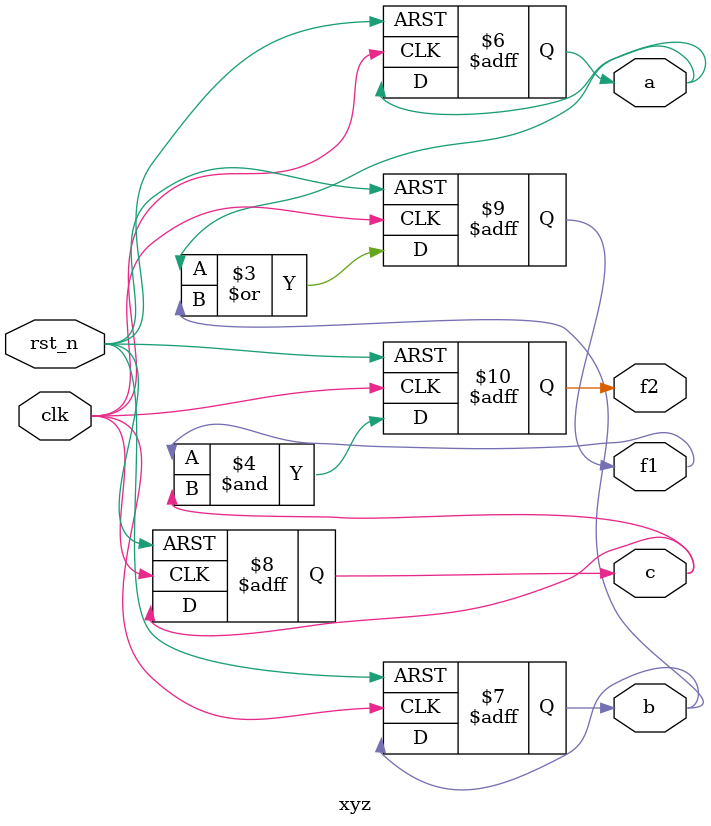
<source format=v>
module xyz(clk,rst_n,a,b,c,f1,f2);
  input clk,rst_n;            
  output reg a,b,c,f1,f2;
  initial begin
    a = 1;
    b = 0;
    c = 1;
    f1 = 1;
  end
  always @(posedge clk or negedge rst_n) begin
    if (~rst_n) begin
      a <= 1;
      b <= 0;
      c <= 1;
      f1 <= 1;
      f2 <= 0;
    end else begin
      f1 <= a | b;
      f2 <= f1 & c;
    end
  end
endmodule

</source>
